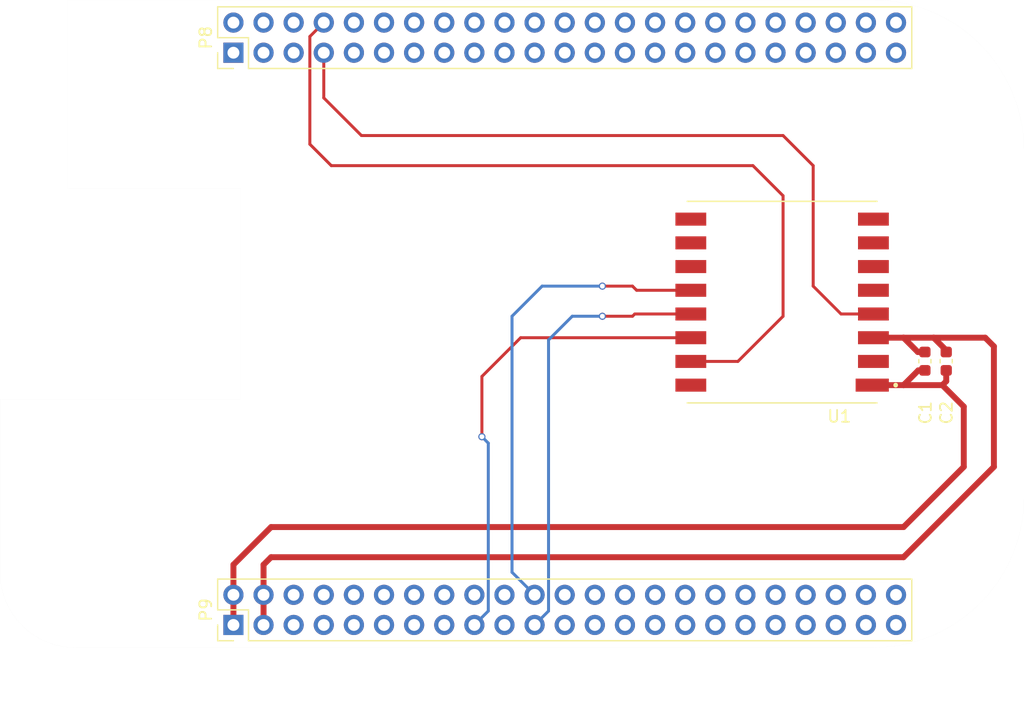
<source format=kicad_pcb>
(kicad_pcb (version 20221018) (generator pcbnew)
  (layers (0 "F.Cu" signal) (31 "B.Cu" signal) (34 "B.Paste" user) (35 "F.Paste" user) (36 "B.SilkS" user "B.Silkscreen") (37 "F.SilkS" user "F.Silkscreen") (38 "B.Mask" user) (39 "F.Mask" user) (44 "Edge.Cuts" user))
  (net 0 "")
  (net 1 "/SPI1.D0")
  (net 2 "/MMC1.DAT6")
  (net 3 "/MMC1.DAT7")
  (net 4 "/MMC1.DAT2")
  (net 5 "/MMC1.DAT3")
  (net 6 "/GPIO66")
  (net 7 "/GPIO67")
  (net 8 "/GPIO69")
  (net 9 "/GPIO68")
  (net 10 "/GPIO45")
  (net 11 "/GPIO44")
  (net 12 "/GPIO23")
  (net 13 "/GPIO26")
  (net 14 "/GPIO47")
  (net 15 "/GPIO46")
  (net 16 "/GPIO27")
  (net 17 "/LCD.AC_BIAS_E")
  (net 18 "/LCD.HSYNC")
  (net 19 "/GPIO65")
  (net 20 "/LCD.VSYNC")
  (net 21 "/LCD.PCLK")
  (net 22 "/GPIO22")
  (net 23 "/MMC1.DAT5")
  (net 24 "/MMC1.DAT4")
  (net 25 "/MMC1.DAT1")
  (net 26 "/MMC1.CLK")
  (net 27 "/MMC1.CMD")
  (net 28 "/MMC1.DAT0")
  (net 29 "/GPIO61")
  (net 30 "/LCD.DATA14")
  (net 31 "/LCD.DATA15")
  (net 32 "/LCD.DATA13")
  (net 33 "/LCD.DATA11")
  (net 34 "/LCD.DATA8")
  (net 35 "/LCD.DATA10")
  (net 36 "/LCD.DATA6")
  (net 37 "/LCD.DATA9")
  (net 38 "/LCD.DATA4")
  (net 39 "/LCD.DATA7")
  (net 40 "/LCD.DATA2")
  (net 41 "/LCD.DATA5")
  (net 42 "/LCD.DATA0")
  (net 43 "/LCD.DATA3")
  (net 44 "/LCD.DATA1")
  (net 45 "/GPIO30")
  (net 46 "/GPIO60")
  (net 47 "/GPIO31")
  (net 48 "/I2C2.SDA")
  (net 49 "/I2C2.SCL")
  (net 50 "GNDD")
  (net 51 "+3V3")
  (net 52 "+5V")
  (net 53 "/GPIO40")
  (net 54 "/GPIO48")
  (net 55 "/AIN1")
  (net 56 "/AIN0")
  (net 57 "/AIN3")
  (net 58 "/AIN2")
  (net 59 "/AIN5")
  (net 60 "/AIN6")
  (net 61 "GNDA")
  (net 62 "/AIN4")
  (net 63 "+1V8")
  (net 64 "/GPIO51")
  (net 65 "/GPIO4")
  (net 66 "/GPIO5")
  (net 67 "/GPIO3")
  (net 68 "/GPIO2")
  (net 69 "/GPIO49")
  (net 70 "/GPIO15")
  (net 71 "/GPIO117")
  (net 72 "/GPIO14")
  (net 73 "/GPIO125")
  (net 74 "/GPIO122")
  (net 75 "/GPIO20")
  (net 76 "/GPIO7")
  (net 77 "/~{SYS_RESET}")
  (net 78 "/PWR_BUT")
  (net 79 "VBUS")
  (net 80 "/SPI1.SCLK")
  (net 81 "/SPI1.CS0")
  (footprint "Connector_PinHeader_2.54mm:PinHeader_2x23_P2.54mm_Vertical" (layer "F.Cu") (at 119.685 49.835 90)
    (fp_text reference "P8" (at 1.27 -2.33 270) (layer "F.SilkS"))
    (fp_text value "BeagleBone_Black_Header" hide)
    (fp_line (start -1.33 -1.33) (end 0 -1.33) (stroke (width 0.12)) (layer "F.SilkS"))
    (fp_line (start -1.33 0) (end -1.33 -1.33) (stroke (width 0.12)) (layer "F.SilkS"))
    (fp_line (start -1.33 1.27) (end -1.33 57.21) (stroke (width 0.12)) (layer "F.SilkS"))
    (fp_line (start -1.33 1.27) (end 1.27 1.27) (stroke (width 0.12)) (layer "F.SilkS"))
    (fp_line (start -1.33 57.21) (end 3.87 57.21) (stroke (width 0.12)) (layer "F.SilkS"))
    (fp_line (start 1.27 -1.33) (end 3.87 -1.33) (stroke (width 0.12)) (layer "F.SilkS"))
    (fp_line (start 1.27 1.27) (end 1.27 -1.33) (stroke (width 0.12)) (layer "F.SilkS"))
    (fp_line (start 3.87 -1.33) (end 3.87 57.21) (stroke (width 0.12)) (layer "F.SilkS"))
    (pad "1" thru_hole rect locked (at 0 0 90) (size 1.7 1.7) (drill 1) (layers "*.Cu" "*.Mask") (net 50 "GNDD"))
    (pad "2" thru_hole oval locked (at 2.54 0 90) (size 1.7 1.7) (drill 1) (layers "*.Cu" "*.Mask") (net 50 "GNDD"))
    (pad "3" thru_hole oval locked (at 0 2.54 90) (size 1.7 1.7) (drill 1) (layers "*.Cu" "*.Mask") (net 2 "/MMC1.DAT6"))
    (pad "4" thru_hole oval locked (at 2.54 2.54 90) (size 1.7 1.7) (drill 1) (layers "*.Cu" "*.Mask") (net 3 "/MMC1.DAT7"))
    (pad "5" thru_hole oval locked (at 0 5.08 90) (size 1.7 1.7) (drill 1) (layers "*.Cu" "*.Mask") (net 4 "/MMC1.DAT2"))
    (pad "6" thru_hole oval locked (at 2.54 5.08 90) (size 1.7 1.7) (drill 1) (layers "*.Cu" "*.Mask") (net 5 "/MMC1.DAT3"))
    (pad "7" thru_hole oval locked (at 0 7.62 90) (size 1.7 1.7) (drill 1) (layers "*.Cu" "*.Mask") (net 6 "/GPIO66"))
    (pad "8" thru_hole oval locked (at 2.54 7.62 90) (size 1.7 1.7) (drill 1) (layers "*.Cu" "*.Mask") (net 7 "/GPIO67"))
    (pad "9" thru_hole oval locked (at 0 10.16 90) (size 1.7 1.7) (drill 1) (layers "*.Cu" "*.Mask") (net 8 "/GPIO69"))
    (pad "10" thru_hole oval locked (at 2.54 10.16 90) (size 1.7 1.7) (drill 1) (layers "*.Cu" "*.Mask") (net 9 "/GPIO68"))
    (pad "11" thru_hole oval locked (at 0 12.7 90) (size 1.7 1.7) (drill 1) (layers "*.Cu" "*.Mask") (net 10 "/GPIO45"))
    (pad "12" thru_hole oval locked (at 2.54 12.7 90) (size 1.7 1.7) (drill 1) (layers "*.Cu" "*.Mask") (net 11 "/GPIO44"))
    (pad "13" thru_hole oval locked (at 0 15.24 90) (size 1.7 1.7) (drill 1) (layers "*.Cu" "*.Mask") (net 12 "/GPIO23"))
    (pad "14" thru_hole oval locked (at 2.54 15.24 90) (size 1.7 1.7) (drill 1) (layers "*.Cu" "*.Mask") (net 13 "/GPIO26"))
    (pad "15" thru_hole oval locked (at 0 17.78 90) (size 1.7 1.7) (drill 1) (layers "*.Cu" "*.Mask") (net 14 "/GPIO47"))
    (pad "16" thru_hole oval locked (at 2.54 17.78 90) (size 1.7 1.7) (drill 1) (layers "*.Cu" "*.Mask") (net 15 "/GPIO46"))
    (pad "17" thru_hole oval locked (at 0 20.32 90) (size 1.7 1.7) (drill 1) (layers "*.Cu" "*.Mask") (net 16 "/GPIO27"))
    (pad "18" thru_hole oval locked (at 2.54 20.32 90) (size 1.7 1.7) (drill 1) (layers "*.Cu" "*.Mask") (net 19 "/GPIO65"))
    (pad "19" thru_hole oval locked (at 0 22.86 90) (size 1.7 1.7) (drill 1) (layers "*.Cu" "*.Mask") (net 22 "/GPIO22"))
    (pad "20" thru_hole oval locked (at 2.54 22.86 90) (size 1.7 1.7) (drill 1) (layers "*.Cu" "*.Mask") (net 27 "/MMC1.CMD"))
    (pad "21" thru_hole oval locked (at 0 25.4 90) (size 1.7 1.7) (drill 1) (layers "*.Cu" "*.Mask") (net 26 "/MMC1.CLK"))
    (pad "22" thru_hole oval locked (at 2.54 25.4 90) (size 1.7 1.7) (drill 1) (layers "*.Cu" "*.Mask") (net 23 "/MMC1.DAT5"))
    (pad "23" thru_hole oval locked (at 0 27.94 90) (size 1.7 1.7) (drill 1) (layers "*.Cu" "*.Mask") (net 24 "/MMC1.DAT4"))
    (pad "24" thru_hole oval locked (at 2.54 27.94 90) (size 1.7 1.7) (drill 1) (layers "*.Cu" "*.Mask") (net 25 "/MMC1.DAT1"))
    (pad "25" thru_hole oval locked (at 0 30.48 90) (size 1.7 1.7) (drill 1) (layers "*.Cu" "*.Mask") (net 28 "/MMC1.DAT0"))
    (pad "26" thru_hole oval locked (at 2.54 30.48 90) (size 1.7 1.7) (drill 1) (layers "*.Cu" "*.Mask") (net 21 "/LCD.PCLK"))
    (pad "27" thru_hole oval locked (at 0 33.02 90) (size 1.7 1.7) (drill 1) (layers "*.Cu" "*.Mask") (net 20 "/LCD.VSYNC"))
    (pad "28" thru_hole oval locked (at 2.54 33.02 90) (size 1.7 1.7) (drill 1) (layers "*.Cu" "*.Mask") (net 29 "/GPIO61"))
    (pad "29" thru_hole oval locked (at 0 35.56 90) (size 1.7 1.7) (drill 1) (layers "*.Cu" "*.Mask") (net 18 "/LCD.HSYNC"))
    (pad "30" thru_hole oval locked (at 2.54 35.56 90) (size 1.7 1.7) (drill 1) (layers "*.Cu" "*.Mask") (net 17 "/LCD.AC_BIAS_E"))
    (pad "31" thru_hole oval locked (at 0 38.1 90) (size 1.7 1.7) (drill 1) (layers "*.Cu" "*.Mask") (net 30 "/LCD.DATA14"))
    (pad "32" thru_hole oval locked (at 2.54 38.1 90) (size 1.7 1.7) (drill 1) (layers "*.Cu" "*.Mask") (net 31 "/LCD.DATA15"))
    (pad "33" thru_hole oval locked (at 0 40.64 90) (size 1.7 1.7) (drill 1) (layers "*.Cu" "*.Mask") (net 32 "/LCD.DATA13"))
    (pad "34" thru_hole oval locked (at 2.54 40.64 90) (size 1.7 1.7) (drill 1) (layers "*.Cu" "*.Mask") (net 33 "/LCD.DATA11"))
    (pad "35" thru_hole oval locked (at 0 43.18 90) (size 1.7 1.7) (drill 1) (layers "*.Cu" "*.Mask") (net 34 "/LCD.DATA8"))
    (pad "36" thru_hole oval locked (at 2.54 43.18 90) (size 1.7 1.7) (drill 1) (layers "*.Cu" "*.Mask") (net 35 "/LCD.DATA10"))
    (pad "37" thru_hole oval locked (at 0 45.72 90) (size 1.7 1.7) (drill 1) (layers "*.Cu" "*.Mask") (net 36 "/LCD.DATA6"))
    (pad "38" thru_hole oval locked (at 2.54 45.72 90) (size 1.7 1.7) (drill 1) (layers "*.Cu" "*.Mask") (net 37 "/LCD.DATA9"))
    (pad "39" thru_hole oval locked (at 0 48.26 90) (size 1.7 1.7) (drill 1) (layers "*.Cu" "*.Mask") (net 38 "/LCD.DATA4"))
    (pad "40" thru_hole oval locked (at 2.54 48.26 90) (size 1.7 1.7) (drill 1) (layers "*.Cu" "*.Mask") (net 39 "/LCD.DATA7"))
    (pad "41" thru_hole oval locked (at 0 50.8 90) (size 1.7 1.7) (drill 1) (layers "*.Cu" "*.Mask") (net 40 "/LCD.DATA2"))
    (pad "42" thru_hole oval locked (at 2.54 50.8 90) (size 1.7 1.7) (drill 1) (layers "*.Cu" "*.Mask") (net 41 "/LCD.DATA5"))
    (pad "43" thru_hole oval locked (at 0 53.34 90) (size 1.7 1.7) (drill 1) (layers "*.Cu" "*.Mask") (net 42 "/LCD.DATA0"))
    (pad "44" thru_hole oval locked (at 2.54 53.34 90) (size 1.7 1.7) (drill 1) (layers "*.Cu" "*.Mask") (net 43 "/LCD.DATA3"))
    (pad "45" thru_hole oval locked (at 0 55.88 90) (size 1.7 1.7) (drill 1) (layers "*.Cu" "*.Mask") (net 50 "GNDD"))
    (pad "46" thru_hole oval locked (at 2.54 55.88 90) (size 1.7 1.7) (drill 1) (layers "*.Cu" "*.Mask") (net 44 "/LCD.DATA1"))
  )
  (footprint "Connector_PinHeader_2.54mm:PinHeader_2x23_P2.54mm_Vertical" (layer "F.Cu") (at 119.685 98.095 90)
    (fp_text reference "P9" (at 1.27 -2.33 270) (layer "F.SilkS"))
    (fp_text value "BeagleBone_Black_Header" hide)
    (fp_line (start -1.33 -1.33) (end 0 -1.33) (stroke (width 0.12)) (layer "F.SilkS"))
    (fp_line (start -1.33 0) (end -1.33 -1.33) (stroke (width 0.12)) (layer "F.SilkS"))
    (fp_line (start -1.33 1.27) (end -1.33 57.21) (stroke (width 0.12)) (layer "F.SilkS"))
    (fp_line (start -1.33 1.27) (end 1.27 1.27) (stroke (width 0.12)) (layer "F.SilkS"))
    (fp_line (start -1.33 57.21) (end 3.87 57.21) (stroke (width 0.12)) (layer "F.SilkS"))
    (fp_line (start 1.27 -1.33) (end 3.87 -1.33) (stroke (width 0.12)) (layer "F.SilkS"))
    (fp_line (start 1.27 1.27) (end 1.27 -1.33) (stroke (width 0.12)) (layer "F.SilkS"))
    (fp_line (start 3.87 -1.33) (end 3.87 57.21) (stroke (width 0.12)) (layer "F.SilkS"))
    (pad "1" thru_hole rect locked (at 0 0 90) (size 1.7 1.7) (drill 1) (layers "*.Cu" "*.Mask") (net 50 "GNDD"))
    (pad "2" thru_hole oval locked (at 2.54 0 90) (size 1.7 1.7) (drill 1) (layers "*.Cu" "*.Mask") (net 50 "GNDD"))
    (pad "3" thru_hole oval locked (at 0 2.54 90) (size 1.7 1.7) (drill 1) (layers "*.Cu" "*.Mask") (net 51 "+3V3"))
    (pad "4" thru_hole oval locked (at 2.54 2.54 90) (size 1.7 1.7) (drill 1) (layers "*.Cu" "*.Mask") (net 51 "+3V3"))
    (pad "5" thru_hole oval locked (at 0 5.08 90) (size 1.7 1.7) (drill 1) (layers "*.Cu" "*.Mask") (net 52 "+5V"))
    (pad "6" thru_hole oval locked (at 2.54 5.08 90) (size 1.7 1.7) (drill 1) (layers "*.Cu" "*.Mask") (net 52 "+5V"))
    (pad "7" thru_hole oval locked (at 0 7.62 90) (size 1.7 1.7) (drill 1) (layers "*.Cu" "*.Mask") (net 79 "VBUS"))
    (pad "8" thru_hole oval locked (at 2.54 7.62 90) (size 1.7 1.7) (drill 1) (layers "*.Cu" "*.Mask") (net 79 "VBUS"))
    (pad "9" thru_hole oval locked (at 0 10.16 90) (size 1.7 1.7) (drill 1) (layers "*.Cu" "*.Mask") (net 78 "/PWR_BUT"))
    (pad "10" thru_hole oval locked (at 2.54 10.16 90) (size 1.7 1.7) (drill 1) (layers "*.Cu" "*.Mask") (net 77 "/~{SYS_RESET}"))
    (pad "11" thru_hole oval locked (at 0 12.7 90) (size 1.7 1.7) (drill 1) (layers "*.Cu" "*.Mask") (net 45 "/GPIO30"))
    (pad "12" thru_hole oval locked (at 2.54 12.7 90) (size 1.7 1.7) (drill 1) (layers "*.Cu" "*.Mask") (net 46 "/GPIO60"))
    (pad "13" thru_hole oval locked (at 0 15.24 90) (size 1.7 1.7) (drill 1) (layers "*.Cu" "*.Mask") (net 47 "/GPIO31"))
    (pad "14" thru_hole oval locked (at 2.54 15.24 90) (size 1.7 1.7) (drill 1) (layers "*.Cu" "*.Mask") (net 53 "/GPIO40"))
    (pad "15" thru_hole oval locked (at 0 17.78 90) (size 1.7 1.7) (drill 1) (layers "*.Cu" "*.Mask") (net 54 "/GPIO48"))
    (pad "16" thru_hole oval locked (at 2.54 17.78 90) (size 1.7 1.7) (drill 1) (layers "*.Cu" "*.Mask") (net 64 "/GPIO51"))
    (pad "17" thru_hole oval locked (at 0 20.32 90) (size 1.7 1.7) (drill 1) (layers "*.Cu" "*.Mask") (net 65 "/GPIO4"))
    (pad "18" thru_hole oval locked (at 2.54 20.32 90) (size 1.7 1.7) (drill 1) (layers "*.Cu" "*.Mask") (net 66 "/GPIO5"))
    (pad "19" thru_hole oval locked (at 0 22.86 90) (size 1.7 1.7) (drill 1) (layers "*.Cu" "*.Mask") (net 49 "/I2C2.SCL"))
    (pad "20" thru_hole oval locked (at 2.54 22.86 90) (size 1.7 1.7) (drill 1) (layers "*.Cu" "*.Mask") (net 48 "/I2C2.SDA"))
    (pad "21" thru_hole oval locked (at 0 25.4 90) (size 1.7 1.7) (drill 1) (layers "*.Cu" "*.Mask") (net 67 "/GPIO3"))
    (pad "22" thru_hole oval locked (at 2.54 25.4 90) (size 1.7 1.7) (drill 1) (layers "*.Cu" "*.Mask") (net 68 "/GPIO2"))
    (pad "23" thru_hole oval locked (at 0 27.94 90) (size 1.7 1.7) (drill 1) (layers "*.Cu" "*.Mask") (net 69 "/GPIO49"))
    (pad "24" thru_hole oval locked (at 2.54 27.94 90) (size 1.7 1.7) (drill 1) (layers "*.Cu" "*.Mask") (net 70 "/GPIO15"))
    (pad "25" thru_hole oval locked (at 0 30.48 90) (size 1.7 1.7) (drill 1) (layers "*.Cu" "*.Mask") (net 71 "/GPIO117"))
    (pad "26" thru_hole oval locked (at 2.54 30.48 90) (size 1.7 1.7) (drill 1) (layers "*.Cu" "*.Mask") (net 72 "/GPIO14"))
    (pad "27" thru_hole oval locked (at 0 33.02 90) (size 1.7 1.7) (drill 1) (layers "*.Cu" "*.Mask") (net 73 "/GPIO125"))
    (pad "28" thru_hole oval locked (at 2.54 33.02 90) (size 1.7 1.7) (drill 1) (layers "*.Cu" "*.Mask") (net 81 "/SPI1.CS0"))
    (pad "29" thru_hole oval locked (at 0 35.56 90) (size 1.7 1.7) (drill 1) (layers "*.Cu" "*.Mask") (net 1 "/SPI1.D0"))
    (pad "30" thru_hole oval locked (at 2.54 35.56 90) (size 1.7 1.7) (drill 1) (layers "*.Cu" "*.Mask") (net 74 "/GPIO122"))
    (pad "31" thru_hole oval locked (at 0 38.1 90) (size 1.7 1.7) (drill 1) (layers "*.Cu" "*.Mask") (net 80 "/SPI1.SCLK"))
    (pad "32" thru_hole oval locked (at 2.54 38.1 90) (size 1.7 1.7) (drill 1) (layers "*.Cu" "*.Mask") (net 63 "+1V8"))
    (pad "33" thru_hole oval locked (at 0 40.64 90) (size 1.7 1.7) (drill 1) (layers "*.Cu" "*.Mask") (net 62 "/AIN4"))
    (pad "34" thru_hole oval locked (at 2.54 40.64 90) (size 1.7 1.7) (drill 1) (layers "*.Cu" "*.Mask") (net 61 "GNDA"))
    (pad "35" thru_hole oval locked (at 0 43.18 90) (size 1.7 1.7) (drill 1) (layers "*.Cu" "*.Mask") (net 60 "/AIN6"))
    (pad "36" thru_hole oval locked (at 2.54 43.18 90) (size 1.7 1.7) (drill 1) (layers "*.Cu" "*.Mask") (net 59 "/AIN5"))
    (pad "37" thru_hole oval locked (at 0 45.72 90) (size 1.7 1.7) (drill 1) (layers "*.Cu" "*.Mask") (net 58 "/AIN2"))
    (pad "38" thru_hole oval locked (at 2.54 45.72 90) (size 1.7 1.7) (drill 1) (layers "*.Cu" "*.Mask") (net 57 "/AIN3"))
    (pad "39" thru_hole oval locked (at 0 48.26 90) (size 1.7 1.7) (drill 1) (layers "*.Cu" "*.Mask") (net 56 "/AIN0"))
    (pad "40" thru_hole oval locked (at 2.54 48.26 90) (size 1.7 1.7) (drill 1) (layers "*.Cu" "*.Mask") (net 55 "/AIN1"))
    (pad "41" thru_hole oval locked (at 0 50.8 90) (size 1.7 1.7) (drill 1) (layers "*.Cu" "*.Mask") (net 75 "/GPIO20"))
    (pad "42" thru_hole oval locked (at 2.54 50.8 90) (size 1.7 1.7) (drill 1) (layers "*.Cu" "*.Mask") (net 76 "/GPIO7"))
    (pad "43" thru_hole oval locked (at 0 53.34 90) (size 1.7 1.7) (drill 1) (layers "*.Cu" "*.Mask") (net 50 "GNDD"))
    (pad "44" thru_hole oval locked (at 2.54 53.34 90) (size 1.7 1.7) (drill 1) (layers "*.Cu" "*.Mask") (net 50 "GNDD"))
    (pad "45" thru_hole oval locked (at 0 55.88 90) (size 1.7 1.7) (drill 1) (layers "*.Cu" "*.Mask") (net 50 "GNDD"))
    (pad "46" thru_hole oval locked (at 2.54 55.88 90) (size 1.7 1.7) (drill 1) (layers "*.Cu" "*.Mask") (net 50 "GNDD"))
  )
  (footprint "Capacitor_SMD:C_0603_1608Metric" (layer "F.Cu") (at 178 75.85 -90)
    (fp_text reference "C1" (at 4.35 -0.045 90) (layer "F.SilkS"))
    (fp_text value "22uF" hide)
    (fp_line (start -0.14058 -0.51) (end 0.14058 -0.51) (stroke (width 0.12)) (layer "F.SilkS"))
    (fp_line (start -0.14058 0.51) (end 0.14058 0.51) (stroke (width 0.12)) (layer "F.SilkS"))
    (pad "1" smd roundrect (at -0.775 0 270) (size 0.9 0.95) (layers "F.Cu" "F.Paste" "F.Mask") (net 51 "+3V3"))
    (pad "2" smd roundrect (at 0.775 0 270) (size 0.9 0.95) (layers "F.Cu" "F.Paste" "F.Mask") (net 50 "GNDD"))
  )
  (footprint "MountingHole:MountingHole_3.2mm_M3_DIN965" (layer "F.Cu") (at 180.645 51.74)
    (fp_text reference "MH3" hide)
    (fp_text value "MountingHole_3.2mm_M3_DIN965" hide)
    (pad "" np_thru_hole circle locked (at 0 0) (size 3.2 3.2) (drill 3.2) (layers "*.Cu" "*.Mask"))
  )
  (footprint "RA-02_LORA:MODULE_RA-02_LORA" (layer "F.Cu") (at 165.96 70.87 180)
    (fp_text reference "U1" (at -4.825 -9.635) (layer "F.SilkS"))
    (fp_text value "RA-02_LORA")
    (fp_line (start -8 -8.5) (end 8 -8.5) (stroke (width 0.127)) (layer "F.SilkS"))
    (fp_line (start -8 8.5) (end 8 8.5) (stroke (width 0.127)) (layer "F.SilkS"))
    (fp_circle (center -9.576 -7) (end -9.476 -7) (stroke (width 0.2)) (fill none) (layer "F.SilkS"))
    (pad "1" smd rect (at -7.6 -7 180) (size 2.8 1.1) (layers "F.Cu" "F.Paste" "F.Mask") (net 50 "GNDD"))
    (pad "2" smd rect (at -7.7 -5 180) (size 2.6 1.1) (layers "F.Cu" "F.Paste" "F.Mask") (net 50 "GNDD"))
    (pad "3" smd rect (at -7.7 -3 180) (size 2.6 1.1) (layers "F.Cu" "F.Paste" "F.Mask") (net 51 "+3V3"))
    (pad "4" smd rect (at -7.7 -1 180) (size 2.6 1.1) (layers "F.Cu" "F.Paste" "F.Mask") (net 6 "/GPIO66"))
    (pad "5" smd rect (at -7.7 1 180) (size 2.6 1.1) (layers "F.Cu" "F.Paste" "F.Mask"))
    (pad "6" smd rect (at -7.7 3 180) (size 2.6 1.1) (layers "F.Cu" "F.Paste" "F.Mask"))
    (pad "7" smd rect (at -7.7 5 180) (size 2.6 1.1) (layers "F.Cu" "F.Paste" "F.Mask"))
    (pad "8" smd rect (at -7.7 7 180) (size 2.6 1.1) (layers "F.Cu" "F.Paste" "F.Mask"))
    (pad "9" smd rect (at 7.7 7) (size 2.6 1.1) (layers "F.Cu" "F.Paste" "F.Mask") (net 50 "GNDD"))
    (pad "10" smd rect (at 7.7 5) (size 2.6 1.1) (layers "F.Cu" "F.Paste" "F.Mask"))
    (pad "11" smd rect (at 7.7 3) (size 2.6 1.1) (layers "F.Cu" "F.Paste" "F.Mask"))
    (pad "12" smd rect (at 7.7 1) (size 2.6 1.1) (layers "F.Cu" "F.Paste" "F.Mask") (net 68 "/GPIO2"))
    (pad "13" smd rect (at 7.7 -1) (size 2.6 1.1) (layers "F.Cu" "F.Paste" "F.Mask") (net 67 "/GPIO3"))
    (pad "14" smd rect (at 7.7 -3) (size 2.6 1.1) (layers "F.Cu" "F.Paste" "F.Mask") (net 65 "/GPIO4"))
    (pad "15" smd rect (at 7.7 -5) (size 2.6 1.1) (layers "F.Cu" "F.Paste" "F.Mask") (net 7 "/GPIO67"))
    (pad "16" smd rect (at 7.7 -7) (size 2.6 1.1) (layers "F.Cu" "F.Paste" "F.Mask") (net 50 "GNDD"))
  )
  (footprint "Capacitor_SMD:C_0603_1608Metric" (layer "F.Cu") (at 179.8 75.85 -90)
    (fp_text reference "C2" (at 4.35 -0.015 90) (layer "F.SilkS"))
    (fp_text value "0.1uF" hide)
    (fp_line (start -0.14058 -0.51) (end 0.14058 -0.51) (stroke (width 0.12)) (layer "F.SilkS"))
    (fp_line (start -0.14058 0.51) (end 0.14058 0.51) (stroke (width 0.12)) (layer "F.SilkS"))
    (pad "1" smd roundrect (at -0.775 0 270) (size 0.9 0.95) (layers "F.Cu" "F.Paste" "F.Mask") (net 51 "+3V3"))
    (pad "2" smd roundrect (at 0.775 0 270) (size 0.9 0.95) (layers "F.Cu" "F.Paste" "F.Mask") (net 50 "GNDD"))
  )
  (footprint "MountingHole:MountingHole_3.2mm_M3_DIN965" (layer "F.Cu") (at 180.645 93.65)
    (fp_text reference "MH4" hide)
    (fp_text value "MountingHole_3.2mm_M3_DIN965" hide)
    (pad "" np_thru_hole circle locked (at 0 0) (size 3.2 3.2) (drill 3.2) (layers "*.Cu" "*.Mask"))
  )
  (footprint "MountingHole:MountingHole_3.2mm_M3_DIN965" (layer "F.Cu") (at 114.605 48.565)
    (fp_text reference "MH1" hide)
    (fp_text value "MountingHole_3.2mm_M3_DIN965" hide)
    (pad "" np_thru_hole circle locked (at 0 0) (size 3.2 3.2) (drill 3.2) (layers "*.Cu" "*.Mask"))
  )
  (footprint "MountingHole:MountingHole_3.2mm_M3_DIN965" (layer "F.Cu") (at 114.605 96.825)
    (fp_text reference "MH2" hide)
    (fp_text value "MountingHole_3.2mm_M3_DIN965" hide)
    (pad "" np_thru_hole circle locked (at 0 0) (size 3.2 3.2) (drill 3.2) (layers "*.Cu" "*.Mask"))
  )
  (gr_arc locked (start 106.35 100) (mid 101.859872 98.140128) (end 100 93.65) (stroke (width 0.00254)) (layer "Edge.Cuts"))
  (gr_line locked (start 186.36 87.3) (end 186.36 58.09) (stroke (width 0.00254)) (layer "Edge.Cuts"))
  (gr_line locked (start 106.35 100) (end 173.66 100) (stroke (width 0.00254)) (layer "Edge.Cuts"))
  (gr_line locked (start 120.32 79.045) (end 100 79.045) (stroke (width 0.00254)) (layer "Edge.Cuts"))
  (gr_line locked (start 105.715 45.39) (end 105.715 61.265) (stroke (width 0.00254)) (layer "Edge.Cuts"))
  (gr_line locked (start 100 79.045) (end 100 93.65) (stroke (width 0.00254)) (layer "Edge.Cuts"))
  (gr_line locked (start 173.66 45.39) (end 105.715 45.39) (stroke (width 0.00254)) (layer "Edge.Cuts"))
  (gr_arc locked (start 186.36 87.3) (mid 182.640256 96.280256) (end 173.66 100) (stroke (width 0.00254)) (layer "Edge.Cuts"))
  (gr_arc locked (start 173.66 45.39) (mid 182.640256 49.109744) (end 186.36 58.09) (stroke (width 0.00254)) (layer "Edge.Cuts"))
  (gr_line locked (start 120.32 61.265) (end 120.32 79.045) (stroke (width 0.00254)) (layer "Edge.Cuts"))
  (gr_line locked (start 105.715 61.265) (end 120.32 61.265) (stroke (width 0.00254)) (layer "Edge.Cuts"))
  (segment (start 130.48 56.82) (end 127.305 53.645) (width 0.25) (layer "F.Cu") (net 6))
  (segment (start 168.58 69.52) (end 168.58 59.36) (width 0.25) (layer "F.Cu") (net 6))
  (segment (start 166.04 56.82) (end 130.48 56.82) (width 0.25) (layer "F.Cu") (net 6))
  (segment (start 168.58 59.36) (end 166.04 56.82) (width 0.25) (layer "F.Cu") (net 6))
  (segment (start 170.93 71.87) (end 168.58 69.52) (width 0.25) (layer "F.Cu") (net 6))
  (segment (start 173.66 71.87) (end 170.93 71.87) (width 0.25) (layer "F.Cu") (net 6))
  (segment (start 127.305 53.645) (end 127.305 49.835) (width 0.25) (layer "F.Cu") (net 6))
  (segment (start 126.13 57.55) (end 126.13 48.47) (width 0.25) (layer "F.Cu") (net 7))
  (segment (start 166.04 72.06) (end 166.04 61.9) (width 0.25) (layer "F.Cu") (net 7))
  (segment (start 127.94 59.36) (end 126.13 57.55) (width 0.25) (layer "F.Cu") (net 7))
  (segment (start 126.13 48.47) (end 127.305 47.295) (width 0.25) (layer "F.Cu") (net 7))
  (segment (start 158.26 75.87) (end 162.23 75.87) (width 0.25) (layer "F.Cu") (net 7))
  (segment (start 163.5 59.36) (end 127.94 59.36) (width 0.25) (layer "F.Cu") (net 7))
  (segment (start 166.04 61.9) (end 163.5 59.36) (width 0.25) (layer "F.Cu") (net 7))
  (segment (start 162.23 75.87) (end 166.04 72.06) (width 0.25) (layer "F.Cu") (net 7))
  (segment (start 181.28 84.76) (end 176.2 89.84) (width 0.5) (layer "F.Cu") (net 50))
  (segment (start 179.47 77.87) (end 181.28 79.68) (width 0.5) (layer "F.Cu") (net 50))
  (segment (start 122.86 89.84) (end 119.685 93.015) (width 0.5) (layer "F.Cu") (net 50))
  (segment (start 179.47 77.87) (end 176.2 77.87) (width 0.5) (layer "F.Cu") (net 50))
  (segment (start 181.28 79.68) (end 181.28 84.76) (width 0.5) (layer "F.Cu") (net 50))
  (segment (start 119.685 93.015) (end 119.685 98.095) (width 0.5) (layer "F.Cu") (net 50))
  (segment (start 176.2 77.87) (end 173.56 77.87) (width 0.5) (layer "F.Cu") (net 50))
  (segment (start 176.2 89.84) (end 122.86 89.84) (width 0.5) (layer "F.Cu") (net 50))
  (segment (start 179.8 76.625) (end 179.8 77.54) (width 0.5) (layer "F.Cu") (net 50))
  (segment (start 178 76.625) (end 177.445 76.625) (width 0.5) (layer "F.Cu") (net 50))
  (segment (start 177.445 76.625) (end 176.2 77.87) (width 0.5) (layer "F.Cu") (net 50))
  (segment (start 179.8 77.54) (end 179.47 77.87) (width 0.5) (layer "F.Cu") (net 50))
  (segment (start 178.74 73.87) (end 176.2 73.87) (width 0.5) (layer "F.Cu") (net 51))
  (segment (start 183.09 73.87) (end 183.82 74.6) (width 0.5) (layer "F.Cu") (net 51))
  (segment (start 176.2 73.87) (end 173.66 73.87) (width 0.5) (layer "F.Cu") (net 51))
  (segment (start 183.09 73.87) (end 178.74 73.87) (width 0.5) (layer "F.Cu") (net 51))
  (segment (start 122.225 93.015) (end 122.225 98.095) (width 0.5) (layer "F.Cu") (net 51))
  (segment (start 179.8 75.075) (end 179.8 74.93) (width 0.5) (layer "F.Cu") (net 51))
  (segment (start 179.8 74.93) (end 178.74 73.87) (width 0.5) (layer "F.Cu") (net 51))
  (segment (start 178 75.075) (end 177.405 75.075) (width 0.5) (layer "F.Cu") (net 51))
  (segment (start 183.82 74.6) (end 183.82 84.76) (width 0.5) (layer "F.Cu") (net 51))
  (segment (start 177.405 75.075) (end 176.2 73.87) (width 0.5) (layer "F.Cu") (net 51))
  (segment (start 176.2 92.38) (end 122.86 92.38) (width 0.5) (layer "F.Cu") (net 51))
  (segment (start 122.86 92.38) (end 122.225 93.015) (width 0.5) (layer "F.Cu") (net 51))
  (segment (start 183.82 84.76) (end 176.2 92.38) (width 0.5) (layer "F.Cu") (net 51))
  (segment (start 140.64 77.14) (end 140.64 82.22) (width 0.25) (layer "F.Cu") (net 65))
  (segment (start 143.91 73.87) (end 140.64 77.14) (width 0.25) (layer "F.Cu") (net 65))
  (segment (start 158.26 73.87) (end 143.91 73.87) (width 0.25) (layer "F.Cu") (net 65))
  (via (at 140.64 82.22) (size 0.6) (drill 0.4) (layers "F.Cu" "B.Cu") (net 65))
  (segment (start 140.64 82.22) (end 141.18 82.76) (width 0.25) (layer "B.Cu") (net 65))
  (segment (start 141.18 82.76) (end 141.18 96.92) (width 0.25) (layer "B.Cu") (net 65))
  (segment (start 141.18 96.92) (end 140.005 98.095) (width 0.25) (layer "B.Cu") (net 65))
  (segment (start 153.53 71.87) (end 153.34 72.06) (width 0.25) (layer "F.Cu") (net 67))
  (segment (start 153.34 72.06) (end 150.8 72.06) (width 0.25) (layer "F.Cu") (net 67))
  (segment (start 158.26 71.87) (end 153.53 71.87) (width 0.25) (layer "F.Cu") (net 67))
  (via (at 150.8 72.06) (size 0.6) (drill 0.4) (layers "F.Cu" "B.Cu") (net 67))
  (segment (start 146.26 96.92) (end 145.085 98.095) (width 0.25) (layer "B.Cu") (net 67))
  (segment (start 146.26 74.06) (end 146.26 96.92) (width 0.25) (layer "B.Cu") (net 67))
  (segment (start 150.8 72.06) (end 148.26 72.06) (width 0.25) (layer "B.Cu") (net 67))
  (segment (start 148.26 72.06) (end 146.26 74.06) (width 0.25) (layer "B.Cu") (net 67))
  (segment (start 158.26 69.87) (end 153.69 69.87) (width 0.25) (layer "F.Cu") (net 68))
  (segment (start 153.34 69.52) (end 150.8 69.52) (width 0.25) (layer "F.Cu") (net 68))
  (segment (start 153.69 69.87) (end 153.34 69.52) (width 0.25) (layer "F.Cu") (net 68))
  (via (at 150.8 69.52) (size 0.6) (drill 0.4) (layers "F.Cu" "B.Cu") (net 68))
  (segment (start 143.18 72.06) (end 143.18 93.65) (width 0.25) (layer "B.Cu") (net 68))
  (segment (start 143.18 93.65) (end 145.085 95.555) (width 0.25) (layer "B.Cu") (net 68))
  (segment (start 150.8 69.52) (end 145.72 69.52) (width 0.25) (layer "B.Cu") (net 68))
  (segment (start 145.72 69.52) (end 143.18 72.06) (width 0.25) (layer "B.Cu") (net 68))
)
</source>
